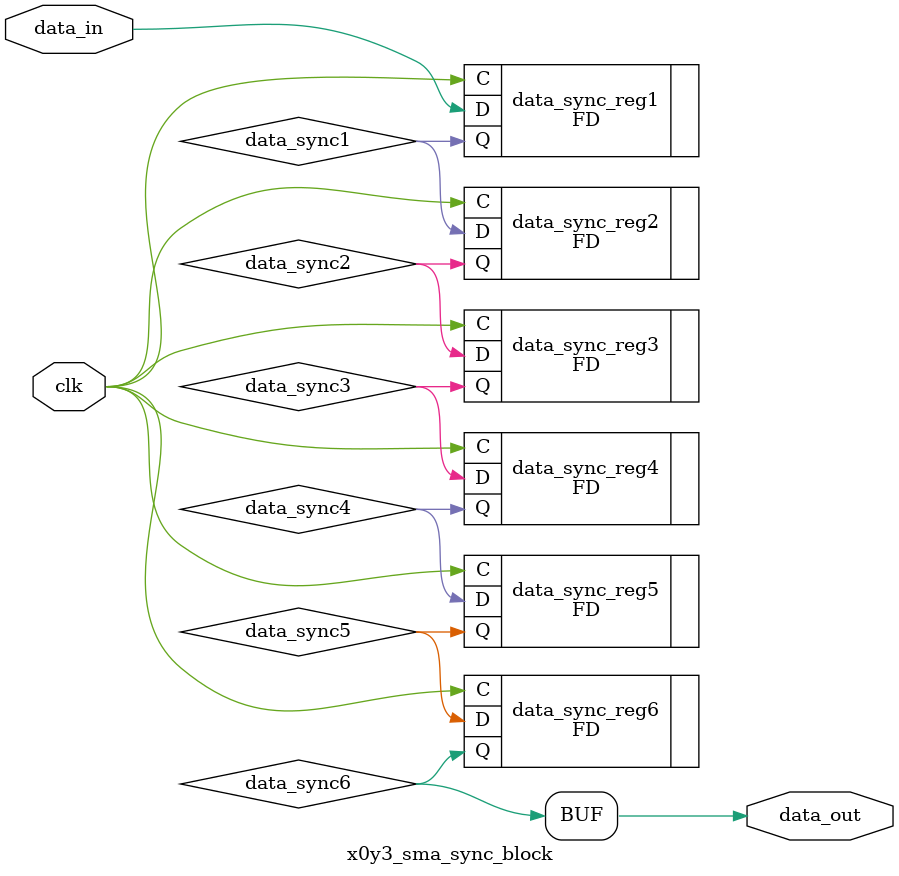
<source format=v>




`timescale 1ps / 1ps

//(* dont_touch = "yes" *)
module x0y3_sma_sync_block #(
  parameter INITIALISE = 6'b000000
)
(
  input        clk,              // clock to be sync'ed to
  input        data_in,          // Data to be 'synced'
  output       data_out          // synced data
);

  // Internal Signals
  wire data_sync1;
  wire data_sync2;
  wire data_sync3;
  wire data_sync4;
  wire data_sync5;
  wire data_sync6;


  (* shreg_extract = "no", ASYNC_REG = "TRUE" *)
  FD #(
    .INIT (INITIALISE[0])
  ) data_sync_reg1 (
    .C  (clk),
    .D  (data_in),
    .Q  (data_sync1)
  );


  (* shreg_extract = "no", ASYNC_REG = "TRUE" *)
  FD #(
   .INIT (INITIALISE[1])
  ) data_sync_reg2 (
  .C  (clk),
  .D  (data_sync1),
  .Q  (data_sync2)
  );


  (* shreg_extract = "no", ASYNC_REG = "TRUE" *)
  FD #(
   .INIT (INITIALISE[2])
  ) data_sync_reg3 (
  .C  (clk),
  .D  (data_sync2),
  .Q  (data_sync3)
  );

  (* shreg_extract = "no", ASYNC_REG = "TRUE" *)
  FD #(
   .INIT (INITIALISE[3])
  ) data_sync_reg4 (
  .C  (clk),
  .D  (data_sync3),
  .Q  (data_sync4)
  );

  (* shreg_extract = "no", ASYNC_REG = "TRUE" *)
  FD #(
   .INIT (INITIALISE[4])
  ) data_sync_reg5 (
  .C  (clk),
  .D  (data_sync4),
  .Q  (data_sync5)
  );

  (* shreg_extract = "no", ASYNC_REG = "TRUE" *)
  FD #(
   .INIT (INITIALISE[5])
  ) data_sync_reg6 (
  .C  (clk),
  .D  (data_sync5),
  .Q  (data_sync6)
  );
  assign data_out = data_sync6;



endmodule

</source>
